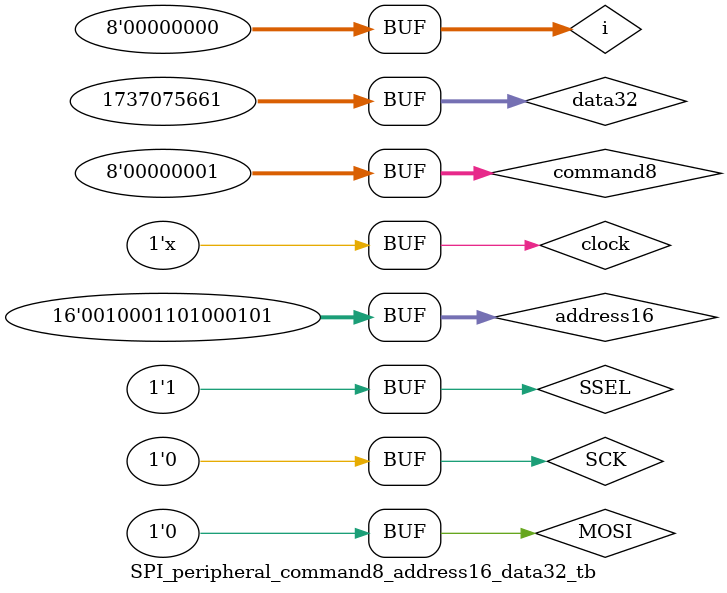
<source format=v>


// from https://en.wikipedia.org/wiki/Serial_Peripheral_Interface#/media/File:SPI_timing_diagram2.svg
//module spi_peripheral #(
//	parameter cpol = 0,
//	parameter cpha = 0
//) (
//	input sclock,
//	input reset,
//	input mosi,
//	output miso,
//	input cs_active_low
//);
//	reg [2:0] bit_counter = 0;
//	always @(posedge sclock) begin
//		if (reset) begin
//			bit_counter <= 0;
//		end else begin
//			if (cs_active_low==0) begin
//				bit_counter <= bit_counter + 1'b1;
//			end
//		end
//	end
//endmodule

// modified from https://www.fpga4fun.com/SPI2.html
module SPI_peripheral_simple8 (
	input clock,
	input SCK, SSEL, MOSI,
	output MISO,
	input [7:0] data_to_controller,
	output reg [7:0] data_from_controller = 0,
	output reg data_valid = 0
);
	// sync SCK, SSEL, MOSI to the FPGA clock using a 3-bits shift register
	reg [2:0] SCKr = 0;
	reg [2:0] SSELr = 0;
	reg [1:0] MOSIr = 0;
	always @(posedge clock) begin
		SCKr <= {SCKr[1:0], SCK};
		SSELr <= {SSELr[1:0], SSEL};
		MOSIr <= {MOSIr[0], MOSI};
	end
	wire SCK_risingedge = (SCKr[2:1]==2'b01);  // now we can detect SCK rising edges
	wire SCK_fallingedge = (SCKr[2:1]==2'b10);  // and falling edges
	wire SSEL_active = ~SSELr[1];  // SSEL is active low
	wire SSEL_startmessage = (SSELr[2:1]==2'b10);  // message starts at falling edge
	wire SSEL_endmessage = (SSELr[2:1]==2'b01);  // message stops at rising edge
	wire MOSI_data = MOSIr[1];
	// we handle SPI in 8-bits format, so we need a 3 bits counter to count the bits as they come in
	reg [2:0] bitcnt = 0;
	reg byte_received = 0;  // high when a byte has been received
	reg [7:0] byte_data_received = 0;
	always @(posedge clock) begin
		if (~SSEL_active) begin
			bitcnt <= 0;
		end else if (SCK_risingedge) begin
			bitcnt <= bitcnt + 1'b1;
			// implement a shift-left register (since we receive the data MSB first)
			byte_data_received <= {byte_data_received[6:0], MOSI_data};
		end
	end
	always @(posedge clock) begin
		data_valid <= 0;
		if (byte_received) begin
			data_from_controller <= byte_data_received;
			data_valid <= 1;
		end
		byte_received <= SSEL_active && SCK_risingedge && (bitcnt==7);
	end
	reg [7:0] byte_data_sent = 0;
//	reg [7:0] cnt = 0;
//	always @(posedge clock) begin
//		if (SSEL_startmessage) begin
//			cnt <= cnt + 8'h1;  // count the messages
//		end
//	end
	always @(posedge clock) begin
		if(SSEL_active) begin
			if (SSEL_startmessage) begin
				//byte_data_sent <= cnt;  // first byte sent in a message is the message count
				byte_data_sent <= data_to_controller;
			end else if (SCK_fallingedge) begin
				if (bitcnt==0) begin
					byte_data_sent <= 8'h00;  // after that, we send 0s
				end else begin
					byte_data_sent <= {byte_data_sent[6:0], 1'b0};
				end
			end
		end
	end
	assign MISO = byte_data_sent[7];	// send MSB first
	// we assume that there is only one peripheral on the SPI bus
	// so we don't bother with a tri-state buffer for MISO
	// otherwise we would need to tri-state MISO when SSEL is inactive
endmodule

module SPI_peripheral_simple8_tb;
	reg clock = 0;
	reg SCK = 0;
	reg MOSI = 0;
	reg SSEL = 1;
	wire MISO;
	reg [7:0] data_to_controller = 8'h89;
	wire [7:0] data_from_controller;
	wire data_valid;
	SPI_peripheral_simple8 spi_s8 (.clock(clock), .SCK(SCK), .MOSI(MOSI), .MISO(MISO), .SSEL(SSEL), .data_to_controller(data_to_controller), .data_from_controller(data_from_controller), .data_valid(data_valid));
	reg [7:0] data = 8'ha5;
	reg [7:0] i = 0;
	initial begin
		SCK <= 0;
		MOSI <= 0;
		SSEL <= 1;
		#200;
		SSEL <= 0;
		for (i=8; i>0; i=i-1) begin : command
			MOSI <= data[i-1];
			#100;
			SCK <= 1;
			#100;
			SCK <= 0;
		end
		MOSI <= 0;
		#100;
		SSEL <= 1;
	end
	always begin
		#10;
		clock <= ~clock;
	end
endmodule

// originally from https://www.fpga4fun.com/SPI2.html
// notes:
// raw pipelines should be 1 deeper (also the pickoffs)
// address16 and data32 and transaction_valid should probably have an extra level of buffering
// command8 should be interpreted and allow an addressless (autoincrement) mode
module SPI_peripheral_command8_address16_data32 (
	input clock,
	input SCK, SSEL, MOSI,
	output MISO,
	output reg [7:0] command8 = 0,
	output reg [15:0] address16 = 0,
	output reg [31:0] data32 = 0,
	input [31:0] data32_to_controller,
	output reg transaction_valid = 0
);
//	reg [8+16+32-1:0] word = 0;
	// sync SCK, SSEL, MOSI to the FPGA clock using a 3-bits shift register
	reg [2:0] SCKr = 0;
	reg [2:0] SSELr = 0;
	reg [1:0] MOSIr = 0;
	always @(posedge clock) begin
		SCKr <= {SCKr[1:0], SCK};
		SSELr <= {SSELr[1:0], SSEL};
		MOSIr <= {MOSIr[0], MOSI};
	end
	wire SCK_risingedge = (SCKr[2:1]==2'b01);  // now we can detect SCK rising edges
	wire SCK_fallingedge = (SCKr[2:1]==2'b10);  // and falling edges
	wire SSEL_active = ~SSELr[1];  // SSEL is active low
	wire SSEL_startmessage = (SSELr[2:1]==2'b10);  // message starts at falling edge
	wire SSEL_endmessage = (SSELr[2:1]==2'b01);  // message stops at rising edge
	wire MOSI_data = MOSIr[1];
	reg [3:0] bitcnt = 0;
	reg [3:0] bytecnt = 0;
	reg [7:0] byte_data_received = 0;
//	reg [7:0] error_count = 0;
	always @(posedge clock) begin
		transaction_valid <= 0;
		if (~SSEL_active) begin
			bitcnt <= 0;
			bytecnt <= 0;
		end else if (SCK_risingedge) begin
			bitcnt <= bitcnt + 1'b1;
			byte_data_received <= {byte_data_received[6:0], MOSI_data};
		end else begin
			if (bitcnt==8) begin
				if (bytecnt==0) begin
					command8 <= byte_data_received;
				// if (command8[3] and bytecnt==1)
				end else if (bytecnt==1) begin
					address16[15:8] <= byte_data_received;
				end else if (bytecnt==2) begin
					address16[7:0] <= byte_data_received;
					// address_valid <= 1;
				end else if (bytecnt==3) begin
					data32[31:24] <= byte_data_received;
				end else if (bytecnt==4) begin
					data32[23:16] <= byte_data_received;
				end else if (bytecnt==5) begin
					data32[15:8] <= byte_data_received;
				end else if (bytecnt==6) begin
					data32[7:0] <= byte_data_received;
					transaction_valid <= 1;
//				end else begin
//					error_count <= error_count + 1'b1;
				end
				bitcnt <= 0;
				bytecnt <= bytecnt + 1'b1;
			end
		end
	end
	reg [7:0] byte_data_sent = 0;
//	reg [7:0] cnt = 0;
//	always @(posedge clock) begin
//		if (SSEL_startmessage) begin
//			cnt <= cnt + 8'h1;  // count the messages
//		end
//	end
	reg [31:0] copy_of_data32_to_controller = 0;
	always @(posedge clock) begin
		if (SSEL_active) begin
//			if (SSEL_startmessage) begin
				//byte_data_sent <= cnt;  // first byte sent in a message is the message count
//				byte_data_sent <= data_to_controller;
//				byte_data_sent <= 8'h88;
			if (bytecnt==3 && bitcnt==0) begin
				copy_of_data32_to_controller <= data32_to_controller;
			end else if (SCK_fallingedge) begin
				copy_of_data32_to_controller <= { copy_of_data32_to_controller[30:0], 1'b0 };
//				byte_data_sent <= {byte_data_sent[6:0], 1'b0};
			end
		end
	end
	assign MISO = copy_of_data32_to_controller[31];	// send MSB first
	// we assume that there is only one peripheral on the SPI bus
	// so we don't bother with a tri-state buffer for MISO
	// otherwise we would need to tri-state MISO when SSEL is inactive
endmodule

module SPI_peripheral_command8_address16_data32_tb;
	reg clock = 0;
	reg SCK = 0;
	reg MOSI = 0;
	reg SSEL = 1;
	wire MISO;
//	reg [7:0] data_to_controller = 8'h89;
	wire transaction_valid;
	SPI_peripheral_command8_address16_data32 spi_c8_a16_d32 (.clock(clock), .SCK(SCK), .MOSI(MOSI), .MISO(MISO), .SSEL(SSEL), .transaction_valid(transaction_valid));
	reg [7:0] command8 = 8'h01;
	reg [15:0] address16 = 16'h2345;
	reg [31:0] data32 = 32'h6789abcd;
	reg [7:0] i = 0;
	initial begin
		SCK <= 0;
		MOSI <= 0;
		SSEL <= 1;
		#300;
		SSEL <= 0;
		for (i=8; i>0; i=i-1) begin : command
			MOSI <= command8[i-1];
			#100;
			SCK <= 1;
			#100;
			SCK <= 0;
		end
		for (i=16; i>0; i=i-1) begin : address
			MOSI <= address16[i-1];
			#100;
			SCK <= 1;
			#100;
			SCK <= 0;
		end
		for (i=32; i>0; i=i-1) begin : data
			MOSI <= data32[i-1];
			#100;
			SCK <= 1;
			#100;
			SCK <= 0;
		end
		MOSI <= 0;
		#100;
		SSEL <= 1;
	end
	always begin
		#10;
		clock <= ~clock;
	end
endmodule


</source>
